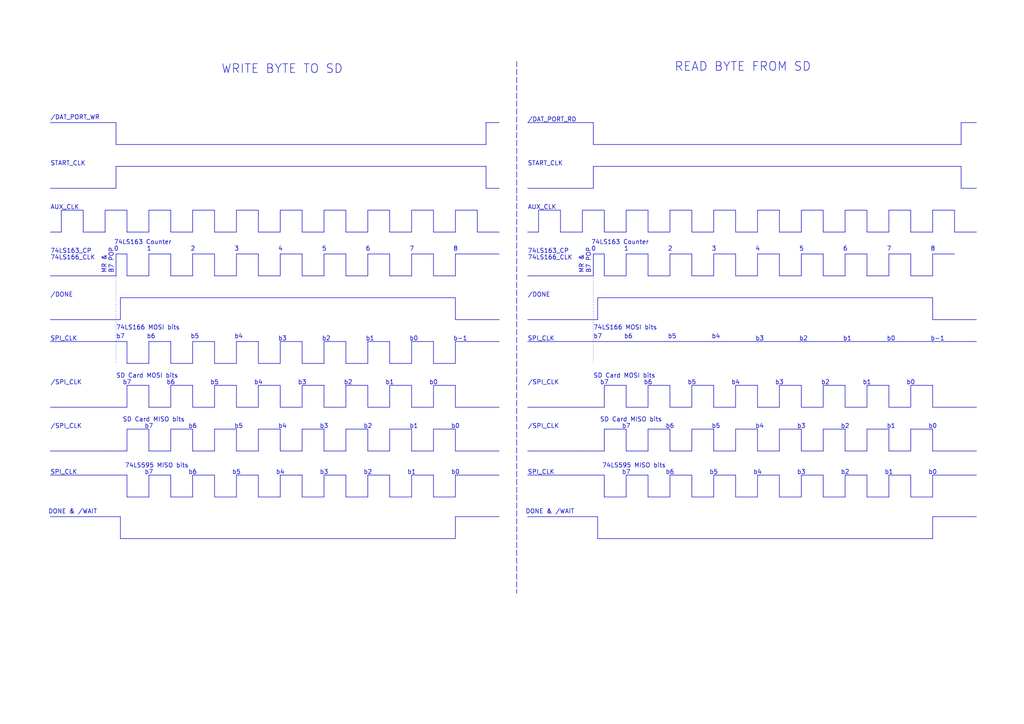
<source format=kicad_sch>
(kicad_sch (version 20230121) (generator eeschema)
  (paper "A4")
  (title_block (title "Hardware version of Z-Controller (SD Card)") (date "2024-08-21") (rev "V 0.1") (company "Mak7ym / 7FFD"))
  (lib_symbols)
  (polyline (pts (xy 270.51 60.96) (xy 270.51 67.31)))
  (polyline (pts (xy 245.11 111.76) (xy 238.76 111.76)))
  (polyline (pts (xy 132.08 149.86) (xy 144.78 149.86)))
  (polyline (pts (xy 49.53 105.41) (xy 49.53 99.06)))
  (polyline (pts (xy 113.03 80.01) (xy 113.03 73.66)))
  (polyline (pts (xy 238.76 73.66) (xy 232.41 73.66)))
  (polyline (pts (xy 74.93 80.01) (xy 74.93 73.66)))
  (polyline (pts (xy 173.355 92.71) (xy 173.355 86.36)))
  (polyline (pts (xy 106.68 80.01) (xy 100.33 80.01)))
  (polyline (pts (xy 264.16 144.145) (xy 264.16 137.795)))
  (polyline (pts (xy 87.63 137.795) (xy 81.28 137.795)))
  (polyline (pts (xy 144.78 137.795) (xy 132.08 137.795)))
  (polyline (pts (xy 226.06 130.81) (xy 219.71 130.81)))
  (polyline (pts (xy 132.08 144.145) (xy 125.73 144.145)))
  (polyline (pts (xy 181.61 124.46) (xy 175.26 124.46)))
  (polyline (pts (xy 232.41 67.31) (xy 226.06 67.31)))
  (polyline (pts (xy 132.08 92.71) (xy 144.78 92.71)))
  (polyline (pts (xy 68.58 111.76) (xy 62.23 111.76)))
  (polyline (pts (xy 49.53 67.31) (xy 49.53 60.96)))
  (polyline (pts (xy 213.36 130.81) (xy 207.01 130.81)))
  (polyline (pts (xy 106.68 73.66) (xy 106.68 80.01)))
  (polyline (pts (xy 132.08 118.11) (xy 132.08 111.76)))
  (polyline (pts (xy 74.93 99.06) (xy 68.58 99.06)))
  (polyline (pts (xy 113.03 137.795) (xy 106.68 137.795)))
  (polyline (pts (xy 36.83 130.81) (xy 30.48 130.81)))
  (polyline (pts (xy 264.16 73.66) (xy 257.81 73.66)))
  (polyline (pts (xy 226.06 111.76) (xy 226.06 118.11)))
  (polyline (pts (xy 245.11 67.31) (xy 238.76 67.31)))
  (polyline (pts (xy 55.88 99.06) (xy 55.88 105.41)))
  (polyline (pts (xy 34.925 92.71) (xy 34.925 86.36)))
  (polyline (pts (xy 125.73 144.145) (xy 125.73 137.795)))
  (polyline (pts (xy 181.61 73.66) (xy 187.96 73.66)))
  (polyline (pts (xy 251.46 60.96) (xy 245.11 60.96)))
  (polyline (pts (xy 55.88 67.31) (xy 49.53 67.31)))
  (polyline (pts (xy 81.28 99.06) (xy 81.28 105.41)))
  (polyline (pts (xy 132.08 86.36) (xy 132.08 92.71)))
  (polyline (pts (xy 245.11 73.66) (xy 245.11 80.01)))
  (polyline (pts (xy 100.33 130.81) (xy 93.98 130.81)))
  (polyline (pts (xy 24.13 67.31) (xy 24.13 60.96)))
  (polyline (pts (xy 14.605 149.86) (xy 34.925 149.86)))
  (polyline (pts (xy 251.46 73.66) (xy 245.11 73.66)))
  (polyline (pts (xy 87.63 124.46) (xy 87.63 130.81)))
  (polyline (pts (xy 36.83 60.96) (xy 30.48 60.96)))
  (polyline (pts (xy 278.765 48.26) (xy 278.765 54.61)))
  (polyline (pts (xy 232.41 80.01) (xy 226.06 80.01)))
  (polyline (pts (xy 62.23 137.795) (xy 55.88 137.795)))
  (polyline (pts (xy 36.83 67.31) (xy 36.83 60.96)))
  (polyline (pts (xy 200.66 111.76) (xy 200.66 118.11)))
  (polyline (pts (xy 55.88 105.41) (xy 49.53 105.41)))
  (polyline (pts (xy 100.33 144.145) (xy 100.33 137.795)))
  (polyline (pts (xy 36.83 99.06) (xy 14.605 99.06)))
  (polyline (pts (xy 119.38 99.06) (xy 119.38 105.41)))
  (polyline (pts (xy 194.31 111.76) (xy 187.96 111.76)))
  (polyline (pts (xy 207.01 73.66) (xy 207.01 80.01)))
  (polyline (pts (xy 132.08 137.795) (xy 132.08 144.145)))
  (polyline (pts (xy 68.58 137.795) (xy 68.58 144.145)))
  (polyline (pts (xy 270.51 92.71) (xy 283.21 92.71)))
  (polyline (pts (xy 81.28 137.795) (xy 81.28 144.145)))
  (polyline (pts (xy 125.73 124.46) (xy 125.73 130.81)))
  (polyline (pts (xy 34.925 156.21) (xy 132.08 156.21)))
  (polyline (pts (xy 153.035 118.11) (xy 168.91 118.11)))
  (polyline (pts (xy 232.41 144.145) (xy 226.06 144.145)))
  (polyline (pts (xy 264.16 67.31) (xy 264.16 60.96)))
  (polyline (pts (xy 119.38 137.795) (xy 119.38 144.145)))
  (polyline (pts (xy 219.71 67.31) (xy 213.36 67.31)))
  (polyline (pts (xy 74.93 111.76) (xy 74.93 118.11)))
  (polyline (pts (xy 264.16 124.46) (xy 264.16 130.81)))
  (polyline (pts (xy 125.73 99.06) (xy 119.38 99.06)))
  (polyline (pts (xy 144.78 130.81) (xy 132.08 130.81)))
  (polyline (pts (xy 172.085 54.61) (xy 172.085 48.26)))
  (polyline (pts (xy 55.88 80.01) (xy 49.53 80.01)))
  (polyline (pts (xy 140.97 48.26) (xy 140.97 54.61)))
  (polyline (pts (xy 245.11 130.81) (xy 245.11 124.46)))
  (polyline (pts (xy 219.71 111.76) (xy 213.36 111.76)))
  (polyline (pts (xy 257.81 130.81) (xy 257.81 124.46)))
  (polyline (pts (xy 264.16 60.96) (xy 257.81 60.96)))
  (polyline (pts (xy 270.51 137.795) (xy 270.51 144.145)))
  (polyline (pts (xy 74.93 118.11) (xy 68.58 118.11)))
  (polyline (pts (xy 81.28 144.145) (xy 74.93 144.145)))
  (polyline (pts (xy 153.035 130.81) (xy 168.91 130.81)))
  (polyline (pts (xy 62.23 130.81) (xy 55.88 130.81)))
  (polyline (pts (xy 49.53 130.81) (xy 43.18 130.81)))
  (polyline (pts (xy 100.33 137.795) (xy 93.98 137.795)))
  (polyline (pts (xy 245.11 137.795) (xy 245.11 144.145)))
  (polyline (pts (xy 62.23 73.66) (xy 55.88 73.66)))
  (polyline (pts (xy 55.88 118.11) (xy 55.88 111.76)))
  (polyline (pts (xy 251.46 67.31) (xy 251.46 60.96)))
  (polyline (pts (xy 93.98 105.41) (xy 87.63 105.41)))
  (polyline (pts (xy 257.81 144.145) (xy 251.46 144.145)))
  (polyline (pts (xy 264.16 80.01) (xy 264.16 73.66)))
  (polyline (pts (xy 14.605 92.71) (xy 34.925 92.71)))
  (polyline (pts (xy 43.18 144.145) (xy 36.83 144.145)))
  (polyline (pts (xy 132.08 60.96) (xy 132.08 67.31)))
  (polyline (pts (xy 194.31 60.96) (xy 194.31 67.31)))
  (polyline (pts (xy 43.18 124.46) (xy 36.83 124.46)))
  (polyline (pts (xy 213.36 73.66) (xy 207.01 73.66)))
  (polyline (pts (xy 238.76 144.145) (xy 238.76 137.795)))
  (polyline (pts (xy 144.78 67.31) (xy 138.43 67.31)))
  (polyline (pts (xy 87.63 111.76) (xy 87.63 118.11)))
  (polyline (pts (xy 213.36 137.795) (xy 207.01 137.795)))
  (polyline (pts (xy 207.01 144.145) (xy 200.66 144.145)))
  (polyline (pts (xy 113.03 144.145) (xy 113.03 137.795)))
  (polyline (pts (xy 106.68 144.145) (xy 100.33 144.145)))
  (polyline (pts (xy 68.58 67.31) (xy 62.23 67.31)))
  (polyline (pts (xy 125.73 137.795) (xy 119.38 137.795)))
  (polyline (pts (xy 207.01 137.795) (xy 207.01 144.145)))
  (polyline (pts (xy 49.53 111.76) (xy 49.53 118.11)))
  (polyline (pts (xy 194.31 73.66) (xy 194.31 80.01)))
  (polyline (pts (xy 74.93 130.81) (xy 68.58 130.81)))
  (polyline (pts (xy 33.655 80.01) (xy 33.655 73.66)))
  (polyline (pts (xy 213.36 111.76) (xy 213.36 118.11)))
  (polyline (pts (xy 156.21 60.96) (xy 156.21 67.31)))
  (polyline (pts (xy 62.23 111.76) (xy 62.23 118.11)))
  (polyline (pts (xy 125.73 80.01) (xy 125.73 73.66)))
  (polyline (pts (xy 213.36 80.01) (xy 213.36 73.66)))
  (polyline (pts (xy 113.03 60.96) (xy 106.68 60.96)))
  (polyline (pts (xy 43.18 60.96) (xy 43.18 67.31)))
  (polyline (pts (xy 74.93 137.795) (xy 68.58 137.795)))
  (polyline (pts (xy 172.085 80.01) (xy 172.085 105.41)) (stroke (width 0) (type dot)))
  (polyline (pts (xy 87.63 105.41) (xy 87.63 99.06)))
  (polyline (pts (xy 232.41 130.81) (xy 232.41 124.46)))
  (polyline (pts (xy 270.51 111.76) (xy 264.16 111.76)))
  (polyline (pts (xy 181.61 118.11) (xy 181.61 111.76)))
  (polyline (pts (xy 14.605 67.31) (xy 17.78 67.31)))
  (polyline (pts (xy 119.38 130.81) (xy 119.38 124.46)))
  (polyline (pts (xy 257.81 73.66) (xy 257.81 80.01)))
  (polyline (pts (xy 213.36 118.11) (xy 207.01 118.11)))
  (polyline (pts (xy 162.56 67.31) (xy 162.56 60.96)))
  (polyline (pts (xy 113.03 124.46) (xy 113.03 130.81)))
  (polyline (pts (xy 49.53 124.46) (xy 49.53 130.81)))
  (polyline (pts (xy 200.66 60.96) (xy 194.31 60.96)))
  (polyline (pts (xy 283.21 130.81) (xy 270.51 130.81)))
  (polyline (pts (xy 219.71 137.795) (xy 219.71 144.145)))
  (polyline (pts (xy 113.03 67.31) (xy 113.03 60.96)))
  (polyline (pts (xy 14.605 118.11) (xy 30.48 118.11)))
  (polyline (pts (xy 132.08 130.81) (xy 132.08 124.46)))
  (polyline (pts (xy 43.18 137.795) (xy 43.18 144.145)))
  (polyline (pts (xy 270.51 156.21) (xy 270.51 149.86)))
  (polyline (pts (xy 226.06 137.795) (xy 219.71 137.795)))
  (polyline (pts (xy 245.11 80.01) (xy 238.76 80.01)))
  (polyline (pts (xy 106.68 124.46) (xy 100.33 124.46)))
  (polyline (pts (xy 194.31 124.46) (xy 187.96 124.46)))
  (polyline (pts (xy 68.58 73.66) (xy 68.58 80.01)))
  (polyline (pts (xy 238.76 111.76) (xy 238.76 118.11)))
  (polyline (pts (xy 36.83 105.41) (xy 36.83 99.06)))
  (polyline (pts (xy 257.81 80.01) (xy 251.46 80.01)))
  (polyline (pts (xy 251.46 80.01) (xy 251.46 73.66)))
  (polyline (pts (xy 62.23 124.46) (xy 62.23 130.81)))
  (polyline (pts (xy 132.08 111.76) (xy 125.73 111.76)))
  (polyline (pts (xy 138.43 67.31) (xy 138.43 60.96)))
  (polyline (pts (xy 36.83 118.11) (xy 30.48 118.11)))
  (polyline (pts (xy 200.66 80.01) (xy 200.66 73.66)))
  (polyline (pts (xy 68.58 60.96) (xy 68.58 67.31)))
  (polyline (pts (xy 270.51 149.86) (xy 283.21 149.86)))
  (polyline (pts (xy 81.28 80.01) (xy 74.93 80.01)))
  (polyline (pts (xy 132.08 80.01) (xy 125.73 80.01)))
  (polyline (pts (xy 87.63 67.31) (xy 87.63 60.96)))
  (polyline (pts (xy 200.66 137.795) (xy 194.31 137.795)))
  (polyline (pts (xy 200.66 73.66) (xy 194.31 73.66)))
  (polyline (pts (xy 119.38 73.66) (xy 119.38 80.01)))
  (polyline (pts (xy 100.33 124.46) (xy 100.33 130.81)))
  (polyline (pts (xy 278.765 54.61) (xy 283.21 54.61)))
  (polyline (pts (xy 238.76 67.31) (xy 238.76 60.96)))
  (polyline (pts (xy 106.68 105.41) (xy 100.33 105.41)))
  (polyline (pts (xy 62.23 99.06) (xy 55.88 99.06)))
  (polyline (pts (xy 55.88 60.96) (xy 55.88 67.31)))
  (polyline (pts (xy 200.66 118.11) (xy 194.31 118.11)))
  (polyline (pts (xy 232.41 118.11) (xy 232.41 111.76)))
  (polyline (pts (xy 43.18 118.11) (xy 43.18 111.76)))
  (polyline (pts (xy 264.16 137.795) (xy 257.81 137.795)))
  (polyline (pts (xy 74.93 124.46) (xy 74.93 130.81)))
  (polyline (pts (xy 175.26 137.795) (xy 153.035 137.795)))
  (polyline (pts (xy 30.48 60.96) (xy 30.48 67.31)))
  (polyline (pts (xy 172.085 80.01) (xy 172.085 73.66)))
  (polyline (pts (xy 232.41 60.96) (xy 232.41 67.31)))
  (polyline (pts (xy 181.61 111.76) (xy 175.26 111.76)))
  (polyline (pts (xy 270.51 118.11) (xy 270.51 111.76)))
  (polyline (pts (xy 194.31 137.795) (xy 194.31 144.145)))
  (polyline (pts (xy 251.46 118.11) (xy 245.11 118.11)))
  (polyline (pts (xy 119.38 124.46) (xy 113.03 124.46)))
  (polyline (pts (xy 276.86 67.31) (xy 276.86 60.96)))
  (polyline (pts (xy 251.46 144.145) (xy 251.46 137.795)))
  (polyline (pts (xy 43.18 80.01) (xy 43.18 73.66)))
  (polyline (pts (xy 194.31 80.01) (xy 187.96 80.01)))
  (polyline (pts (xy 14.605 80.01) (xy 33.655 80.01)))
  (polyline (pts (xy 181.61 144.145) (xy 175.26 144.145)))
  (polyline (pts (xy 74.93 60.96) (xy 68.58 60.96)))
  (polyline (pts (xy 125.73 118.11) (xy 119.38 118.11)))
  (polyline (pts (xy 87.63 130.81) (xy 81.28 130.81)))
  (polyline (pts (xy 181.61 60.96) (xy 181.61 67.31)))
  (polyline (pts (xy 175.26 111.76) (xy 175.26 118.11)))
  (polyline (pts (xy 175.26 144.145) (xy 175.26 137.795)))
  (polyline (pts (xy 68.58 118.11) (xy 68.58 111.76)))
  (polyline (pts (xy 200.66 144.145) (xy 200.66 137.795)))
  (polyline (pts (xy 93.98 144.145) (xy 87.63 144.145)))
  (polyline (pts (xy 93.98 130.81) (xy 93.98 124.46)))
  (polyline (pts (xy 119.38 111.76) (xy 113.03 111.76)))
  (polyline (pts (xy 55.88 144.145) (xy 49.53 144.145)))
  (polyline (pts (xy 49.53 118.11) (xy 43.18 118.11)))
  (polyline (pts (xy 219.71 73.66) (xy 219.71 80.01)))
  (polyline (pts (xy 238.76 130.81) (xy 232.41 130.81)))
  (polyline (pts (xy 43.18 130.81) (xy 43.18 124.46)))
  (polyline (pts (xy 270.51 73.66) (xy 270.51 80.01)))
  (polyline (pts (xy 93.98 111.76) (xy 87.63 111.76)))
  (polyline (pts (xy 62.23 105.41) (xy 62.23 99.06)))
  (polyline (pts (xy 153.035 54.61) (xy 172.085 54.61)))
  (polyline (pts (xy 187.96 130.81) (xy 181.61 130.81)))
  (polyline (pts (xy 68.58 130.81) (xy 68.58 124.46)))
  (polyline (pts (xy 36.83 111.76) (xy 36.83 118.11)))
  (polyline (pts (xy 175.26 130.81) (xy 168.91 130.81)))
  (polyline (pts (xy 138.43 60.96) (xy 132.08 60.96)))
  (polyline (pts (xy 119.38 60.96) (xy 119.38 67.31)))
  (polyline (pts (xy 34.925 149.86) (xy 34.925 156.21)))
  (polyline (pts (xy 245.11 118.11) (xy 245.11 111.76)))
  (polyline (pts (xy 93.98 99.06) (xy 93.98 105.41)))
  (polyline (pts (xy 68.58 80.01) (xy 62.23 80.01)))
  (polyline (pts (xy 14.605 35.56) (xy 33.655 35.56)))
  (polyline (pts (xy 36.83 73.66) (xy 36.83 80.01)))
  (polyline (pts (xy 200.66 67.31) (xy 200.66 60.96)))
  (polyline (pts (xy 207.01 60.96) (xy 207.01 67.31)))
  (polyline (pts (xy 175.26 80.01) (xy 181.61 80.01)))
  (polyline (pts (xy 238.76 60.96) (xy 232.41 60.96)))
  (polyline (pts (xy 74.93 67.31) (xy 74.93 60.96)))
  (polyline (pts (xy 168.91 60.96) (xy 168.91 67.31)))
  (polyline (pts (xy 43.18 111.76) (xy 36.83 111.76)))
  (polyline (pts (xy 226.06 67.31) (xy 226.06 60.96)))
  (polyline (pts (xy 283.21 99.06) (xy 270.51 99.06)))
  (polyline (pts (xy 132.08 73.66) (xy 132.08 80.01)))
  (polyline (pts (xy 140.97 54.61) (xy 144.78 54.61)))
  (polyline (pts (xy 153.035 67.31) (xy 156.21 67.31)))
  (polyline (pts (xy 49.53 137.795) (xy 43.18 137.795)))
  (polyline (pts (xy 106.68 60.96) (xy 106.68 67.31)))
  (polyline (pts (xy 100.33 105.41) (xy 100.33 99.06)))
  (polyline (pts (xy 93.98 80.01) (xy 87.63 80.01)))
  (polyline (pts (xy 132.08 124.46) (xy 125.73 124.46)))
  (polyline (pts (xy 100.33 99.06) (xy 93.98 99.06)))
  (polyline (pts (xy 245.11 60.96) (xy 245.11 67.31)))
  (polyline (pts (xy 62.23 144.145) (xy 62.23 137.795)))
  (polyline (pts (xy 33.655 54.61) (xy 33.655 48.26)))
  (polyline (pts (xy 106.68 111.76) (xy 100.33 111.76)))
  (polyline (pts (xy 153.035 35.56) (xy 172.085 35.56)))
  (polyline (pts (xy 55.88 130.81) (xy 55.88 124.46)))
  (polyline (pts (xy 175.26 124.46) (xy 175.26 130.81)))
  (polyline (pts (xy 187.96 67.31) (xy 187.96 60.96)))
  (polyline (pts (xy 36.83 80.01) (xy 43.18 80.01)))
  (polyline (pts (xy 283.21 67.31) (xy 276.86 67.31)))
  (polyline (pts (xy 162.56 60.96) (xy 156.21 60.96)))
  (polyline (pts (xy 100.33 67.31) (xy 100.33 60.96)))
  (polyline (pts (xy 43.18 73.66) (xy 49.53 73.66)))
  (polyline (pts (xy 93.98 137.795) (xy 93.98 144.145)))
  (polyline (pts (xy 33.655 80.01) (xy 33.655 105.41)) (stroke (width 0) (type dot)))
  (polyline (pts (xy 251.46 130.81) (xy 245.11 130.81)))
  (polyline (pts (xy 36.83 124.46) (xy 36.83 130.81)))
  (polyline (pts (xy 200.66 124.46) (xy 200.66 130.81)))
  (polyline (pts (xy 49.53 73.66) (xy 49.53 80.01)))
  (polyline (pts (xy 226.06 73.66) (xy 219.71 73.66)))
  (polyline (pts (xy 153.035 92.71) (xy 173.355 92.71)))
  (polyline (pts (xy 125.73 67.31) (xy 125.73 60.96)))
  (polyline (pts (xy 62.23 118.11) (xy 55.88 118.11)))
  (polyline (pts (xy 172.085 48.26) (xy 278.765 48.26)))
  (polyline (pts (xy 43.18 99.06) (xy 43.18 105.41)))
  (polyline (pts (xy 106.68 99.06) (xy 106.68 105.41)))
  (polyline (pts (xy 213.36 144.145) (xy 213.36 137.795)))
  (polyline (pts (xy 81.28 130.81) (xy 81.28 124.46)))
  (polyline (pts (xy 17.78 60.96) (xy 17.78 67.31)))
  (polyline (pts (xy 257.81 111.76) (xy 251.46 111.76)))
  (polyline (pts (xy 270.51 86.36) (xy 270.51 92.71)))
  (polyline (pts (xy 219.71 144.145) (xy 213.36 144.145)))
  (polyline (pts (xy 106.68 67.31) (xy 100.33 67.31)))
  (polyline (pts (xy 81.28 105.41) (xy 74.93 105.41)))
  (polyline (pts (xy 87.63 80.01) (xy 87.63 73.66)))
  (polyline (pts (xy 93.98 60.96) (xy 93.98 67.31)))
  (polyline (pts (xy 100.33 118.11) (xy 93.98 118.11)))
  (polyline (pts (xy 106.68 118.11) (xy 106.68 111.76)))
  (polyline (pts (xy 81.28 124.46) (xy 74.93 124.46)))
  (polyline (pts (xy 175.26 67.31) (xy 175.26 60.96)))
  (polyline (pts (xy 270.51 130.81) (xy 270.51 124.46)))
  (polyline (pts (xy 251.46 124.46) (xy 251.46 130.81)))
  (polyline (pts (xy 207.01 124.46) (xy 200.66 124.46)))
  (polyline (pts (xy 87.63 60.96) (xy 81.28 60.96)))
  (polyline (pts (xy 270.51 124.46) (xy 264.16 124.46)))
  (polyline (pts (xy 144.78 99.06) (xy 132.08 99.06)))
  (polyline (pts (xy 219.71 130.81) (xy 219.71 124.46)))
  (polyline (pts (xy 55.88 73.66) (xy 55.88 80.01)))
  (polyline (pts (xy 219.71 80.01) (xy 213.36 80.01)))
  (polyline (pts (xy 283.21 118.11) (xy 270.51 118.11)))
  (polyline (pts (xy 119.38 118.11) (xy 119.38 111.76)))
  (polyline (pts (xy 181.61 137.795) (xy 181.61 144.145)))
  (polyline (pts (xy 187.96 124.46) (xy 187.96 130.81)))
  (polyline (pts (xy 226.06 118.11) (xy 219.71 118.11)))
  (polyline (pts (xy 232.41 124.46) (xy 226.06 124.46)))
  (polyline (pts (xy 207.01 67.31) (xy 200.66 67.31)))
  (polyline (pts (xy 144.78 118.11) (xy 132.08 118.11)))
  (polyline (pts (xy 30.48 67.31) (xy 24.13 67.31)))
  (polyline (pts (xy 62.23 67.31) (xy 62.23 60.96)))
  (polyline (pts (xy 33.655 73.66) (xy 36.83 73.66)))
  (polyline (pts (xy 207.01 111.76) (xy 200.66 111.76)))
  (polyline (pts (xy 181.61 130.81) (xy 181.61 124.46)))
  (polyline (pts (xy 175.26 73.66) (xy 175.26 80.01)))
  (polyline (pts (xy 257.81 124.46) (xy 251.46 124.46)))
  (polyline (pts (xy 278.765 35.56) (xy 283.21 35.56)))
  (polyline (pts (xy 219.71 60.96) (xy 219.71 67.31)))
  (polyline (pts (xy 93.98 73.66) (xy 93.98 80.01)))
  (polyline (pts (xy 245.11 124.46) (xy 238.76 124.46)))
  (polyline (pts (xy 200.66 130.81) (xy 194.31 130.81)))
  (polyline (pts (xy 62.23 60.96) (xy 55.88 60.96)))
  (polyline (pts (xy 113.03 105.41) (xy 113.03 99.06)))
  (polyline (pts (xy 55.88 124.46) (xy 49.53 124.46)))
  (polyline (pts (xy 238.76 124.46) (xy 238.76 130.81)))
  (polyline (pts (xy 113.03 99.06) (xy 106.68 99.06)))
  (polyline (pts (xy 175.26 60.96) (xy 168.91 60.96)))
  (polyline (pts (xy 187.96 73.66) (xy 187.96 80.01)))
  (polyline (pts (xy 238.76 137.795) (xy 232.41 137.795)))
  (polyline (pts (xy 181.61 67.31) (xy 175.26 67.31)))
  (polyline (pts (xy 264.16 118.11) (xy 257.81 118.11)))
  (polyline (pts (xy 132.08 105.41) (xy 125.73 105.41)))
  (polyline (pts (xy 81.28 60.96) (xy 81.28 67.31)))
  (polyline (pts (xy 125.73 105.41) (xy 125.73 99.06)))
  (polyline (pts (xy 74.93 105.41) (xy 74.93 99.06)))
  (polyline (pts (xy 68.58 144.145) (xy 62.23 144.145)))
  (polyline (pts (xy 119.38 67.31) (xy 113.03 67.31)))
  (polyline (pts (xy 132.08 156.21) (xy 132.08 149.86)))
  (polyline (pts (xy 194.31 118.11) (xy 194.31 111.76)))
  (polyline (pts (xy 93.98 118.11) (xy 93.98 111.76)))
  (polyline (pts (xy 36.83 144.145) (xy 36.83 137.795)))
  (polyline (pts (xy 14.605 130.81) (xy 30.48 130.81)))
  (polyline (pts (xy 213.36 124.46) (xy 213.36 130.81)))
  (polyline (pts (xy 119.38 80.01) (xy 113.03 80.01)))
  (polyline (pts (xy 68.58 99.06) (xy 68.58 105.41)))
  (polyline (pts (xy 100.33 80.01) (xy 100.33 73.66)))
  (polyline (pts (xy 264.16 130.81) (xy 257.81 130.81)))
  (polyline (pts (xy 43.18 67.31) (xy 36.83 67.31)))
  (polyline (pts (xy 194.31 130.81) (xy 194.31 124.46)))
  (polyline (pts (xy 34.925 86.36) (xy 132.08 86.36)))
  (polyline (pts (xy 14.605 54.61) (xy 33.655 54.61)))
  (polyline (pts (xy 257.81 118.11) (xy 257.81 111.76)))
  (polyline (pts (xy 226.06 80.01) (xy 226.06 73.66)))
  (polyline (pts (xy 87.63 73.66) (xy 81.28 73.66)))
  (polyline (pts (xy 68.58 124.46) (xy 62.23 124.46)))
  (polyline (pts (xy 278.765 41.91) (xy 278.765 35.56)))
  (polyline (pts (xy 187.96 118.11) (xy 181.61 118.11)))
  (polyline (pts (xy 232.41 111.76) (xy 226.06 111.76)))
  (polyline (pts (xy 100.33 111.76) (xy 100.33 118.11)))
  (polyline (pts (xy 113.03 130.81) (xy 106.68 130.81)))
  (polyline (pts (xy 153.035 80.01) (xy 172.085 80.01)))
  (polyline (pts (xy 140.97 41.91) (xy 140.97 35.56)))
  (polyline (pts (xy 125.73 60.96) (xy 119.38 60.96)))
  (polyline (pts (xy 144.78 73.66) (xy 132.08 73.66)))
  (polyline (pts (xy 207.01 80.01) (xy 200.66 80.01)))
  (polyline (pts (xy 81.28 118.11) (xy 81.28 111.76)))
  (polyline (pts (xy 100.33 73.66) (xy 93.98 73.66)))
  (polyline (pts (xy 68.58 105.41) (xy 62.23 105.41)))
  (polyline (pts (xy 257.81 67.31) (xy 251.46 67.31)))
  (polyline (pts (xy 33.655 48.26) (xy 140.97 48.26)))
  (polyline (pts (xy 270.51 99.06) (xy 153.035 99.06)))
  (polyline (pts (xy 49.53 144.145) (xy 49.53 137.795)))
  (polyline (pts (xy 43.18 105.41) (xy 36.83 105.41)))
  (polyline (pts (xy 81.28 67.31) (xy 74.93 67.31)))
  (polyline (pts (xy 226.06 60.96) (xy 219.71 60.96)))
  (polyline (pts (xy 181.61 80.01) (xy 181.61 73.66)))
  (polyline (pts (xy 232.41 137.795) (xy 232.41 144.145)))
  (polyline (pts (xy 125.73 130.81) (xy 119.38 130.81)))
  (polyline (pts (xy 270.51 144.145) (xy 264.16 144.145)))
  (polyline (pts (xy 153.035 149.86) (xy 173.355 149.86)))
  (polyline (pts (xy 238.76 118.11) (xy 232.41 118.11)))
  (polyline (pts (xy 187.96 137.795) (xy 181.61 137.795)))
  (polyline (pts (xy 226.06 124.46) (xy 226.06 130.81)))
  (polyline (pts (xy 106.68 137.795) (xy 106.68 144.145)))
  (polyline (pts (xy 74.93 73.66) (xy 68.58 73.66)))
  (polyline (pts (xy 113.03 73.66) (xy 106.68 73.66)))
  (polyline (pts (xy 207.01 118.11) (xy 207.01 111.76)))
  (polyline (pts (xy 276.86 73.66) (xy 270.51 73.66)))
  (polyline (pts (xy 213.36 67.31) (xy 213.36 60.96)))
  (polyline (pts (xy 132.08 67.31) (xy 125.73 67.31)))
  (polyline (pts (xy 149.86 17.78) (xy 149.86 172.085)) (stroke (width 0) (type dash)))
  (polyline (pts (xy 194.31 144.145) (xy 187.96 144.145)))
  (polyline (pts (xy 81.28 111.76) (xy 74.93 111.76)))
  (polyline (pts (xy 251.46 111.76) (xy 251.46 118.11)))
  (polyline (pts (xy 87.63 118.11) (xy 81.28 118.11)))
  (polyline (pts (xy 257.81 137.795) (xy 257.81 144.145)))
  (polyline (pts (xy 74.93 144.145) (xy 74.93 137.795)))
  (polyline (pts (xy 55.88 137.795) (xy 55.88 144.145)))
  (polyline (pts (xy 238.76 80.01) (xy 238.76 73.66)))
  (polyline (pts (xy 119.38 105.41) (xy 113.03 105.41)))
  (polyline (pts (xy 93.98 124.46) (xy 87.63 124.46)))
  (polyline (pts (xy 113.03 118.11) (xy 106.68 118.11)))
  (polyline (pts (xy 173.355 149.86) (xy 173.355 156.21)))
  (polyline (pts (xy 100.33 60.96) (xy 93.98 60.96)))
  (polyline (pts (xy 55.88 111.76) (xy 49.53 111.76)))
  (polyline (pts (xy 93.98 67.31) (xy 87.63 67.31)))
  (polyline (pts (xy 175.26 118.11) (xy 168.91 118.11)))
  (polyline (pts (xy 33.655 41.91) (xy 140.97 41.91)))
  (polyline (pts (xy 276.86 60.96) (xy 270.51 60.96)))
  (polyline (pts (xy 140.97 35.56) (xy 144.78 35.56)))
  (polyline (pts (xy 173.355 86.36) (xy 270.51 86.36)))
  (polyline (pts (xy 33.655 35.56) (xy 33.655 41.91)))
  (polyline (pts (xy 49.53 99.06) (xy 43.18 99.06)))
  (polyline (pts (xy 125.73 73.66) (xy 119.38 73.66)))
  (polyline (pts (xy 168.91 67.31) (xy 162.56 67.31)))
  (polyline (pts (xy 36.83 137.795) (xy 14.605 137.795)))
  (polyline (pts (xy 270.51 80.01) (xy 264.16 80.01)))
  (polyline (pts (xy 172.085 35.56) (xy 172.085 41.91)))
  (polyline (pts (xy 187.96 111.76) (xy 187.96 118.11)))
  (polyline (pts (xy 87.63 144.145) (xy 87.63 137.795)))
  (polyline (pts (xy 106.68 130.81) (xy 106.68 124.46)))
  (polyline (pts (xy 264.16 111.76) (xy 264.16 118.11)))
  (polyline (pts (xy 172.085 73.66) (xy 175.26 73.66)))
  (polyline (pts (xy 257.81 60.96) (xy 257.81 67.31)))
  (polyline (pts (xy 219.71 124.46) (xy 213.36 124.46)))
  (polyline (pts (xy 251.46 137.795) (xy 245.11 137.795)))
  (polyline (pts (xy 245.11 144.145) (xy 238.76 144.145)))
  (polyline (pts (xy 119.38 144.145) (xy 113.03 144.145)))
  (polyline (pts (xy 62.23 80.01) (xy 62.23 73.66)))
  (polyline (pts (xy 173.355 156.21) (xy 270.51 156.21)))
  (polyline (pts (xy 213.36 60.96) (xy 207.01 60.96)))
  (polyline (pts (xy 132.08 99.06) (xy 132.08 105.41)))
  (polyline (pts (xy 226.06 144.145) (xy 226.06 137.795)))
  (polyline (pts (xy 194.31 67.31) (xy 187.96 67.31)))
  (polyline (pts (xy 113.03 111.76) (xy 113.03 118.11)))
  (polyline (pts (xy 87.63 99.06) (xy 81.28 99.06)))
  (polyline (pts (xy 219.71 118.11) (xy 219.71 111.76)))
  (polyline (pts (xy 49.53 60.96) (xy 43.18 60.96)))
  (polyline (pts (xy 187.96 60.96) (xy 181.61 60.96)))
  (polyline (pts (xy 125.73 111.76) (xy 125.73 118.11)))
  (polyline (pts (xy 24.13 60.96) (xy 17.78 60.96)))
  (polyline (pts (xy 270.51 67.31) (xy 264.16 67.31)))
  (polyline (pts (xy 172.085 41.91) (xy 278.765 41.91)))
  (polyline (pts (xy 283.21 137.795) (xy 270.51 137.795)))
  (polyline (pts (xy 232.41 73.66) (xy 232.41 80.01)))
  (polyline (pts (xy 207.01 130.81) (xy 207.01 124.46)))
  (polyline (pts (xy 81.28 73.66) (xy 81.28 80.01)))
  (polyline (pts (xy 187.96 144.145) (xy 187.96 137.795)))
  (text "/DONE" (at 14.605 86.36 0) (effects (font (size 1.27 1.27)) (justify left bottom)))
  (text "b3" (at 80.645 99.06 0) (effects (font (size 1.27 1.27)) (justify left bottom)))
  (text "b4" (at 80.645 124.46 0) (effects (font (size 1.27 1.27)) (justify left bottom)))
  (text "b3" (at 86.36 111.76 0) (effects (font (size 1.27 1.27)) (justify left bottom)))
  (text "b6" (at 42.545 98.425 0) (effects (font (size 1.27 1.27)) (justify left bottom)))
  (text "b2" (at 243.84 124.46 0) (effects (font (size 1.27 1.27)) (justify left bottom)))
  (text "b5" (at 55.245 98.425 0) (effects (font (size 1.27 1.27)) (justify left bottom)))
  (text "b3" (at 231.14 137.795 0) (effects (font (size 1.27 1.27)) (justify left bottom)))
  (text "74LS166 MOSI bits" (at 33.655 95.885 0) (effects (font (size 1.27 1.27)) (justify left bottom)))
  (text "b-1" (at 269.875 99.06 0) (effects (font (size 1.27 1.27)) (justify left bottom)))
  (text "6" (at 106.045 73.025 0) (effects (font (size 1.27 1.27)) (justify left bottom)))
  (text "b-1" (at 131.445 99.06 0) (effects (font (size 1.27 1.27)) (justify left bottom)))
  (text "b6" (at 48.26 111.76 0) (effects (font (size 1.27 1.27)) (justify left bottom)))
  (text "b5" (at 67.945 124.46 0) (effects (font (size 1.27 1.27)) (justify left bottom)))
  (text "b5" (at 60.96 111.76 0) (effects (font (size 1.27 1.27)) (justify left bottom)))
  (text "READ BYTE FROM SD" (at 195.58 20.955 0) (effects (font (size 2.54 2.54)) (justify left bottom)))
  (text "b4" (at 80.01 137.795 0) (effects (font (size 1.27 1.27)) (justify left bottom)))
  (text "b1" (at 244.475 99.06 0) (effects (font (size 1.27 1.27)) (justify left bottom)))
  (text "b7" (at 172.085 98.425 0) (effects (font (size 1.27 1.27)) (justify left bottom)))
  (text "DONE & /WAIT" (at 152.4 149.225 0) (effects (font (size 1.27 1.27)) (justify left bottom)))
  (text "3" (at 206.375 73.025 0) (effects (font (size 1.27 1.27)) (justify left bottom)))
  (text "b0" (at 130.81 137.795 0) (effects (font (size 1.27 1.27)) (justify left bottom)))
  (text "b2" (at 105.41 124.46 0) (effects (font (size 1.27 1.27)) (justify left bottom)))
  (text "SPI_CLK" (at 153.035 137.795 0) (effects (font (size 1.27 1.27)) (justify left bottom)))
  (text "b4" (at 219.075 124.46 0) (effects (font (size 1.27 1.27)) (justify left bottom)))
  (text "WRITE BYTE TO SD" (at 64.135 21.59 0) (effects (font (size 2.54 2.54)) (justify left bottom)))
  (text "b5" (at 205.74 137.795 0) (effects (font (size 1.27 1.27)) (justify left bottom)))
  (text "74LS166_CLK" (at 153.035 75.565 0) (effects (font (size 1.27 1.27)) (justify left bottom)))
  (text "b6" (at 180.975 98.425 0) (effects (font (size 1.27 1.27)) (justify left bottom)))
  (text "b5" (at 67.31 137.795 0) (effects (font (size 1.27 1.27)) (justify left bottom)))
  (text "8" (at 269.875 73.025 0) (effects (font (size 1.27 1.27)) (justify left bottom)))
  (text "b3" (at 92.71 137.795 0) (effects (font (size 1.27 1.27)) (justify left bottom)))
  (text "b5" (at 193.675 98.425 0) (effects (font (size 1.27 1.27)) (justify left bottom)))
  (text "b3" (at 219.075 99.06 0) (effects (font (size 1.27 1.27)) (justify left bottom)))
  (text "b3" (at 231.14 124.46 0) (effects (font (size 1.27 1.27)) (justify left bottom)))
  (text "74LS595 MISO bits" (at 174.625 135.89 0) (effects (font (size 1.27 1.27)) (justify left bottom)))
  (text "/SPI_CLK" (at 153.035 124.46 0) (effects (font (size 1.27 1.27)) (justify left bottom)))
  (text "START_CLK" (at 153.035 48.26 0) (effects (font (size 1.27 1.27)) (justify left bottom)))
  (text "b0" (at 269.24 124.46 0) (effects (font (size 1.27 1.27)) (justify left bottom)))
  (text "AUX_CLK" (at 14.605 60.96 0) (effects (font (size 1.27 1.27)) (justify left bottom)))
  (text "b2" (at 243.84 137.795 0) (effects (font (size 1.27 1.27)) (justify left bottom)))
  (text "b0" (at 124.46 111.76 0) (effects (font (size 1.27 1.27)) (justify left bottom)))
  (text "b2" (at 99.695 111.76 0) (effects (font (size 1.27 1.27)) (justify left bottom)))
  (text "b1" (at 257.175 124.46 0) (effects (font (size 1.27 1.27)) (justify left bottom)))
  (text "SD Card MOSI bits" (at 33.655 109.855 0) (effects (font (size 1.27 1.27)) (justify left bottom)))
  (text "5" (at 231.775 73.025 0) (effects (font (size 1.27 1.27)) (justify left bottom)))
  (text "74LS595 MISO bits" (at 36.195 135.89 0) (effects (font (size 1.27 1.27)) (justify left bottom)))
  (text "b4" (at 73.66 111.76 0) (effects (font (size 1.27 1.27)) (justify left bottom)))
  (text "4" (at 80.645 73.025 0) (effects (font (size 1.27 1.27)) (justify left bottom)))
  (text "b1" (at 250.19 111.76 0) (effects (font (size 1.27 1.27)) (justify left bottom)))
  (text "8" (at 131.445 73.025 0) (effects (font (size 1.27 1.27)) (justify left bottom)))
  (text "b0" (at 118.745 99.06 0) (effects (font (size 1.27 1.27)) (justify left bottom)))
  (text "b1" (at 106.045 99.06 0) (effects (font (size 1.27 1.27)) (justify left bottom)))
  (text "b6" (at 54.61 137.795 0) (effects (font (size 1.27 1.27)) (justify left bottom)))
  (text "b7" (at 180.34 124.46 0) (effects (font (size 1.27 1.27)) (justify left bottom)))
  (text "b4" (at 218.44 137.795 0) (effects (font (size 1.27 1.27)) (justify left bottom)))
  (text "1" (at 180.975 73.025 0) (effects (font (size 1.27 1.27)) (justify left bottom)))
  (text "SPI_CLK" (at 14.605 99.06 0) (effects (font (size 1.27 1.27)) (justify left bottom)))
  (text "/SPI_CLK" (at 153.035 111.76 0) (effects (font (size 1.27 1.27)) (justify left bottom)))
  (text "74LS163 Counter" (at 171.45 71.12 0) (effects (font (size 1.27 1.27)) (justify left bottom)))
  (text "b1" (at 256.54 137.795 0) (effects (font (size 1.27 1.27)) (justify left bottom)))
  (text "b7" (at 41.91 124.46 0) (effects (font (size 1.27 1.27)) (justify left bottom)))
  (text "b6" (at 54.61 124.46 0) (effects (font (size 1.27 1.27)) (justify left bottom)))
  (text "b6" (at 193.04 124.46 0) (effects (font (size 1.27 1.27)) (justify left bottom)))
  (text "b0" (at 257.175 99.06 0) (effects (font (size 1.27 1.27)) (justify left bottom)))
  (text "b1" (at 111.76 111.76 0) (effects (font (size 1.27 1.27)) (justify left bottom)))
  (text "SPI_CLK" (at 14.605 137.795 0) (effects (font (size 1.27 1.27)) (justify left bottom)))
  (text "1" (at 42.545 73.025 0) (effects (font (size 1.27 1.27)) (justify left bottom)))
  (text "4" (at 219.075 73.025 0) (effects (font (size 1.27 1.27)) (justify left bottom)))
  (text "/DAT_PORT_WR" (at 14.605 34.925 0) (effects (font (size 1.27 1.27)) (justify left bottom)))
  (text "b0" (at 262.89 111.76 0) (effects (font (size 1.27 1.27)) (justify left bottom)))
  (text "SD Card MISO bits" (at 173.99 122.555 0) (effects (font (size 1.27 1.27)) (justify left bottom)))
  (text "0" (at 171.45 73.025 0) (effects (font (size 1.27 1.27)) (justify left bottom)))
  (text "3" (at 67.945 73.025 0) (effects (font (size 1.27 1.27)) (justify left bottom)))
  (text "b2" (at 238.125 111.76 0) (effects (font (size 1.27 1.27)) (justify left bottom)))
  (text "SD Card MISO bits" (at 35.56 122.555 0) (effects (font (size 1.27 1.27)) (justify left bottom)))
  (text "b7" (at 41.91 137.795 0) (effects (font (size 1.27 1.27)) (justify left bottom)))
  (text "5" (at 93.345 73.025 0) (effects (font (size 1.27 1.27)) (justify left bottom)))
  (text "b0" (at 269.24 137.795 0) (effects (font (size 1.27 1.27)) (justify left bottom)))
  (text "b4" (at 67.945 98.425 0) (effects (font (size 1.27 1.27)) (justify left bottom)))
  (text "/DAT_PORT_RD" (at 153.035 35.56 0) (effects (font (size 1.27 1.27)) (justify left bottom)))
  (text "AUX_CLK" (at 153.035 60.96 0) (effects (font (size 1.27 1.27)) (justify left bottom)))
  (text "b3" (at 92.71 124.46 0) (effects (font (size 1.27 1.27)) (justify left bottom)))
  (text "b2" (at 231.775 99.06 0) (effects (font (size 1.27 1.27)) (justify left bottom)))
  (text "74LS163_CP" (at 14.605 73.66 0) (effects (font (size 1.27 1.27)) (justify left bottom)))
  (text "74LS163 Counter" (at 33.02 71.12 0) (effects (font (size 1.27 1.27)) (justify left bottom)))
  (text "b1" (at 118.745 124.46 0) (effects (font (size 1.27 1.27)) (justify left bottom)))
  (text "74LS166 MOSI bits" (at 172.085 95.885 0) (effects (font (size 1.27 1.27)) (justify left bottom)))
  (text "7" (at 257.175 73.025 0) (effects (font (size 1.27 1.27)) (justify left bottom)))
  (text "DONE & /WAIT" (at 13.97 149.225 0) (effects (font (size 1.27 1.27)) (justify left bottom)))
  (text "b2" (at 105.41 137.795 0) (effects (font (size 1.27 1.27)) (justify left bottom)))
  (text "b4" (at 206.375 98.425 0) (effects (font (size 1.27 1.27)) (justify left bottom)))
  (text "6" (at 244.475 73.025 0) (effects (font (size 1.27 1.27)) (justify left bottom)))
  (text "b0" (at 130.81 124.46 0) (effects (font (size 1.27 1.27)) (justify left bottom)))
  (text "74LS163_CP" (at 153.035 73.66 0) (effects (font (size 1.27 1.27)) (justify left bottom)))
  (text "START_CLK" (at 14.605 48.26 0) (effects (font (size 1.27 1.27)) (justify left bottom)))
  (text "7" (at 118.745 73.025 0) (effects (font (size 1.27 1.27)) (justify left bottom)))
  (text "b2" (at 93.345 99.06 0) (effects (font (size 1.27 1.27)) (justify left bottom)))
  (text "b7" (at 173.99 111.76 0) (effects (font (size 1.27 1.27)) (justify left bottom)))
  (text "2" (at 55.245 73.025 0) (effects (font (size 1.27 1.27)) (justify left bottom)))
  (text "b5" (at 206.375 124.46 0) (effects (font (size 1.27 1.27)) (justify left bottom)))
  (text "MR & \nB7 POP" (at 171.45 79.375 90) (effects (font (size 1.27 1.27)) (justify left bottom)))
  (text "/DONE" (at 153.035 86.36 0) (effects (font (size 1.27 1.27)) (justify left bottom)))
  (text "/SPI_CLK" (at 14.605 111.76 0) (effects (font (size 1.27 1.27)) (justify left bottom)))
  (text "b1" (at 118.11 137.795 0) (effects (font (size 1.27 1.27)) (justify left bottom)))
  (text "b6" (at 193.04 137.795 0) (effects (font (size 1.27 1.27)) (justify left bottom)))
  (text "SD Card MOSI bits" (at 172.085 109.855 0) (effects (font (size 1.27 1.27)) (justify left bottom)))
  (text "b4" (at 212.09 111.76 0) (effects (font (size 1.27 1.27)) (justify left bottom)))
  (text "b7" (at 33.655 98.425 0) (effects (font (size 1.27 1.27)) (justify left bottom)))
  (text "SPI_CLK" (at 153.035 99.06 0) (effects (font (size 1.27 1.27)) (justify left bottom)))
  (text "b6" (at 186.69 111.76 0) (effects (font (size 1.27 1.27)) (justify left bottom)))
  (text "74LS166_CLK" (at 14.605 75.565 0) (effects (font (size 1.27 1.27)) (justify left bottom)))
  (text "2" (at 193.675 73.025 0) (effects (font (size 1.27 1.27)) (justify left bottom)))
  (text "MR & \nB7 POP" (at 33.02 79.375 90) (effects (font (size 1.27 1.27)) (justify left bottom)))
  (text "b7" (at 35.56 111.76 0) (effects (font (size 1.27 1.27)) (justify left bottom)))
  (text "b7" (at 180.34 137.795 0) (effects (font (size 1.27 1.27)) (justify left bottom)))
  (text "0" (at 33.02 73.025 0) (effects (font (size 1.27 1.27)) (justify left bottom)))
  (text "b5" (at 199.39 111.76 0) (effects (font (size 1.27 1.27)) (justify left bottom)))
  (text "b3" (at 224.79 111.76 0) (effects (font (size 1.27 1.27)) (justify left bottom)))
  (text "/SPI_CLK" (at 14.605 124.46 0) (effects (font (size 1.27 1.27)) (justify left bottom)))
)
</source>
